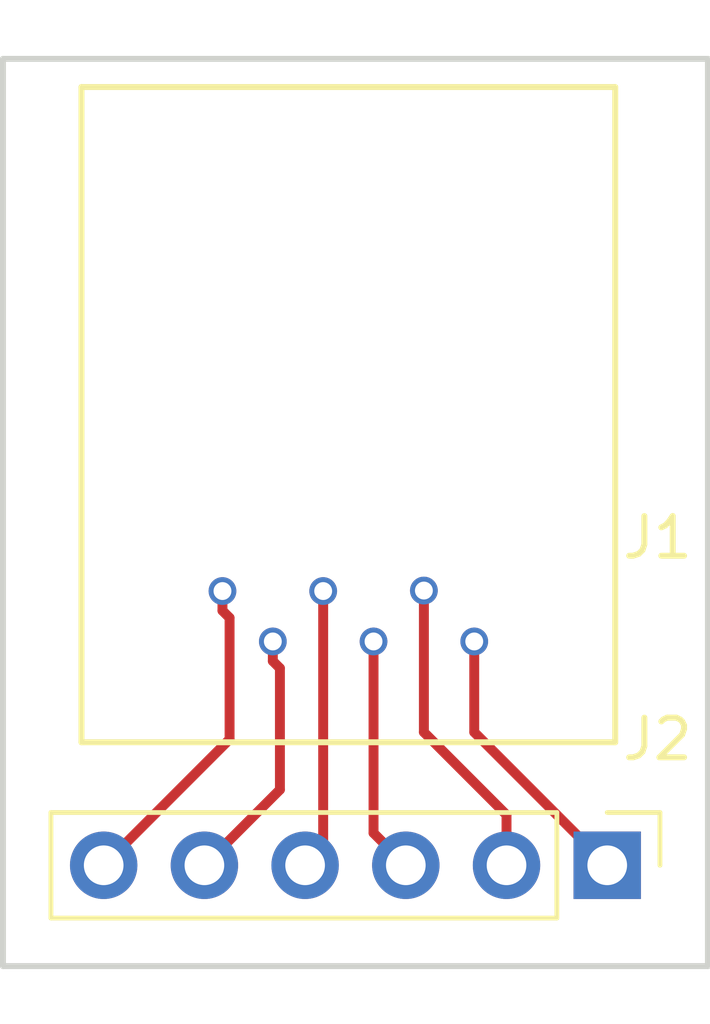
<source format=kicad_pcb>
(kicad_pcb (version 20171130) (host pcbnew "(5.0.0)")

  (general
    (thickness 1.6)
    (drawings 4)
    (tracks 17)
    (zones 0)
    (modules 2)
    (nets 7)
  )

  (page A4)
  (layers
    (0 F.Cu signal)
    (31 B.Cu signal)
    (32 B.Adhes user)
    (33 F.Adhes user)
    (34 B.Paste user)
    (35 F.Paste user)
    (36 B.SilkS user)
    (37 F.SilkS user)
    (38 B.Mask user)
    (39 F.Mask user)
    (40 Dwgs.User user)
    (41 Cmts.User user)
    (42 Eco1.User user)
    (43 Eco2.User user)
    (44 Edge.Cuts user)
    (45 Margin user)
    (46 B.CrtYd user)
    (47 F.CrtYd user)
    (48 B.Fab user)
    (49 F.Fab user)
  )

  (setup
    (last_trace_width 0.25)
    (trace_clearance 0.2)
    (zone_clearance 0.508)
    (zone_45_only no)
    (trace_min 0.2)
    (segment_width 0.2)
    (edge_width 0.15)
    (via_size 0.8)
    (via_drill 0.4)
    (via_min_size 0.4)
    (via_min_drill 0.3)
    (uvia_size 0.3)
    (uvia_drill 0.1)
    (uvias_allowed no)
    (uvia_min_size 0.2)
    (uvia_min_drill 0.1)
    (pcb_text_width 0.3)
    (pcb_text_size 1.5 1.5)
    (mod_edge_width 0.15)
    (mod_text_size 1 1)
    (mod_text_width 0.15)
    (pad_size 1.524 1.524)
    (pad_drill 0.762)
    (pad_to_mask_clearance 0.2)
    (aux_axis_origin 0 0)
    (visible_elements FFFFFF7F)
    (pcbplotparams
      (layerselection 0x010e0_ffffffff)
      (usegerberextensions false)
      (usegerberattributes false)
      (usegerberadvancedattributes false)
      (creategerberjobfile false)
      (excludeedgelayer true)
      (linewidth 0.100000)
      (plotframeref false)
      (viasonmask false)
      (mode 1)
      (useauxorigin false)
      (hpglpennumber 1)
      (hpglpenspeed 20)
      (hpglpendiameter 15.000000)
      (psnegative false)
      (psa4output false)
      (plotreference true)
      (plotvalue true)
      (plotinvisibletext false)
      (padsonsilk false)
      (subtractmaskfromsilk false)
      (outputformat 1)
      (mirror false)
      (drillshape 0)
      (scaleselection 1)
      (outputdirectory "gerbers"))
  )

  (net 0 "")
  (net 1 "Net-(J1-Pad6)")
  (net 2 "Net-(J1-Pad2)")
  (net 3 "Net-(J1-Pad4)")
  (net 4 "Net-(J1-Pad5)")
  (net 5 "Net-(J1-Pad3)")
  (net 6 "Net-(J1-Pad1)")

  (net_class Default "This is the default net class."
    (clearance 0.2)
    (trace_width 0.25)
    (via_dia 0.8)
    (via_drill 0.4)
    (uvia_dia 0.3)
    (uvia_drill 0.1)
    (add_net "Net-(J1-Pad1)")
    (add_net "Net-(J1-Pad2)")
    (add_net "Net-(J1-Pad3)")
    (add_net "Net-(J1-Pad4)")
    (add_net "Net-(J1-Pad5)")
    (add_net "Net-(J1-Pad6)")
  )

  (module TLS-Pin_Headers:RJ-11 (layer F.Cu) (tedit 5C5B6063) (tstamp 5C738EF4)
    (at 142.696001 83.260001)
    (path /5C5B0D06)
    (fp_text reference J1 (at 7.798999 -1.345001) (layer F.SilkS)
      (effects (font (size 1 1) (thickness 0.15)))
    )
    (fp_text value Conn_02x03_Odd_Even (at 0.178999 -14.045001) (layer F.Fab)
      (effects (font (size 1 1) (thickness 0.15)))
    )
    (fp_line (start 6.731 -12.7) (end 6.731 3.81) (layer F.SilkS) (width 0.15))
    (fp_line (start 6.731 3.81) (end -6.731 3.81) (layer F.SilkS) (width 0.15))
    (fp_line (start -6.731 -12.7) (end -6.731 3.81) (layer F.SilkS) (width 0.15))
    (fp_line (start -6.731 -12.7) (end 6.731 -12.7) (layer F.SilkS) (width 0.15))
    (pad "" np_thru_hole circle (at 5.08 -6.35) (size 1.6 1.6) (drill 1.6) (layers *.Cu *.Mask))
    (pad "" np_thru_hole circle (at -5.1308 -6.35) (size 1.6 1.6) (drill 1.6) (layers *.Cu *.Mask))
    (pad 6 thru_hole circle (at -3.175 0) (size 0.7 0.7) (drill 0.45) (layers *.Cu *.Mask)
      (net 1 "Net-(J1-Pad6)"))
    (pad 2 thru_hole circle (at 1.905 -0.0127) (size 0.7 0.7) (drill 0.45) (layers *.Cu *.Mask)
      (net 2 "Net-(J1-Pad2)"))
    (pad 4 thru_hole circle (at -0.635 0) (size 0.7 0.7) (drill 0.45) (layers *.Cu *.Mask)
      (net 3 "Net-(J1-Pad4)"))
    (pad 5 thru_hole circle (at -1.905 1.27) (size 0.7 0.7) (drill 0.45) (layers *.Cu *.Mask)
      (net 4 "Net-(J1-Pad5)"))
    (pad 3 thru_hole circle (at 0.635 1.27) (size 0.7 0.7) (drill 0.45) (layers *.Cu *.Mask)
      (net 5 "Net-(J1-Pad3)"))
    (pad 1 thru_hole circle (at 3.175 1.27) (size 0.7 0.7) (drill 0.45) (layers *.Cu *.Mask)
      (net 6 "Net-(J1-Pad1)"))
  )

  (module Connector_PinHeader_2.54mm:PinHeader_1x06_P2.54mm_Vertical (layer F.Cu) (tedit 59FED5CC) (tstamp 5C738F0E)
    (at 149.225 90.17 270)
    (descr "Through hole straight pin header, 1x06, 2.54mm pitch, single row")
    (tags "Through hole pin header THT 1x06 2.54mm single row")
    (path /5C5B0C38)
    (fp_text reference J2 (at -3.175 -1.27) (layer F.SilkS)
      (effects (font (size 1 1) (thickness 0.15)))
    )
    (fp_text value Conn_01x06 (at 3.175 6.985) (layer F.Fab)
      (effects (font (size 1 1) (thickness 0.15)))
    )
    (fp_line (start -0.635 -1.27) (end 1.27 -1.27) (layer F.Fab) (width 0.1))
    (fp_line (start 1.27 -1.27) (end 1.27 13.97) (layer F.Fab) (width 0.1))
    (fp_line (start 1.27 13.97) (end -1.27 13.97) (layer F.Fab) (width 0.1))
    (fp_line (start -1.27 13.97) (end -1.27 -0.635) (layer F.Fab) (width 0.1))
    (fp_line (start -1.27 -0.635) (end -0.635 -1.27) (layer F.Fab) (width 0.1))
    (fp_line (start -1.33 14.03) (end 1.33 14.03) (layer F.SilkS) (width 0.12))
    (fp_line (start -1.33 1.27) (end -1.33 14.03) (layer F.SilkS) (width 0.12))
    (fp_line (start 1.33 1.27) (end 1.33 14.03) (layer F.SilkS) (width 0.12))
    (fp_line (start -1.33 1.27) (end 1.33 1.27) (layer F.SilkS) (width 0.12))
    (fp_line (start -1.33 0) (end -1.33 -1.33) (layer F.SilkS) (width 0.12))
    (fp_line (start -1.33 -1.33) (end 0 -1.33) (layer F.SilkS) (width 0.12))
    (fp_line (start -1.8 -1.8) (end -1.8 14.5) (layer F.CrtYd) (width 0.05))
    (fp_line (start -1.8 14.5) (end 1.8 14.5) (layer F.CrtYd) (width 0.05))
    (fp_line (start 1.8 14.5) (end 1.8 -1.8) (layer F.CrtYd) (width 0.05))
    (fp_line (start 1.8 -1.8) (end -1.8 -1.8) (layer F.CrtYd) (width 0.05))
    (fp_text user %R (at -11.43 6.35) (layer F.Fab)
      (effects (font (size 1 1) (thickness 0.15)))
    )
    (pad 1 thru_hole rect (at 0 0 270) (size 1.7 1.7) (drill 1) (layers *.Cu *.Mask)
      (net 6 "Net-(J1-Pad1)"))
    (pad 2 thru_hole oval (at 0 2.54 270) (size 1.7 1.7) (drill 1) (layers *.Cu *.Mask)
      (net 2 "Net-(J1-Pad2)"))
    (pad 3 thru_hole oval (at 0 5.08 270) (size 1.7 1.7) (drill 1) (layers *.Cu *.Mask)
      (net 5 "Net-(J1-Pad3)"))
    (pad 4 thru_hole oval (at 0 7.62 270) (size 1.7 1.7) (drill 1) (layers *.Cu *.Mask)
      (net 3 "Net-(J1-Pad4)"))
    (pad 5 thru_hole oval (at 0 10.16 270) (size 1.7 1.7) (drill 1) (layers *.Cu *.Mask)
      (net 4 "Net-(J1-Pad5)"))
    (pad 6 thru_hole oval (at 0 12.7 270) (size 1.7 1.7) (drill 1) (layers *.Cu *.Mask)
      (net 1 "Net-(J1-Pad6)"))
    (model ${KISYS3DMOD}/Connector_PinHeader_2.54mm.3dshapes/PinHeader_1x06_P2.54mm_Vertical.wrl
      (at (xyz 0 0 0))
      (scale (xyz 1 1 1))
      (rotate (xyz 0 0 0))
    )
  )

  (gr_line (start 133.985 92.71) (end 151.765 92.71) (layer Edge.Cuts) (width 0.15))
  (gr_line (start 133.985 69.85) (end 133.985 92.71) (layer Edge.Cuts) (width 0.15))
  (gr_line (start 151.765 69.85) (end 133.985 69.85) (layer Edge.Cuts) (width 0.15))
  (gr_line (start 151.765 92.71) (end 151.765 69.85) (layer Edge.Cuts) (width 0.15))

  (segment (start 139.521001 83.754975) (end 139.7 83.933974) (width 0.25) (layer F.Cu) (net 1))
  (segment (start 139.521001 83.260001) (end 139.521001 83.754975) (width 0.25) (layer F.Cu) (net 1))
  (segment (start 139.7 86.995) (end 136.525 90.17) (width 0.25) (layer F.Cu) (net 1))
  (segment (start 139.7 83.933974) (end 139.7 86.995) (width 0.25) (layer F.Cu) (net 1))
  (segment (start 144.601001 83.247301) (end 144.601001 86.816001) (width 0.25) (layer F.Cu) (net 2))
  (segment (start 146.685 88.9) (end 146.685 90.17) (width 0.25) (layer F.Cu) (net 2))
  (segment (start 144.601001 86.816001) (end 146.685 88.9) (width 0.25) (layer F.Cu) (net 2))
  (segment (start 142.061001 89.713999) (end 141.605 90.17) (width 0.25) (layer F.Cu) (net 3))
  (segment (start 142.061001 83.260001) (end 142.061001 89.713999) (width 0.25) (layer F.Cu) (net 3))
  (segment (start 140.791001 85.024975) (end 140.97 85.203974) (width 0.25) (layer F.Cu) (net 4))
  (segment (start 140.791001 84.530001) (end 140.791001 85.024975) (width 0.25) (layer F.Cu) (net 4))
  (segment (start 140.97 88.265) (end 139.065 90.17) (width 0.25) (layer F.Cu) (net 4))
  (segment (start 140.97 85.203974) (end 140.97 88.265) (width 0.25) (layer F.Cu) (net 4))
  (segment (start 143.331001 89.356001) (end 144.145 90.17) (width 0.25) (layer F.Cu) (net 5))
  (segment (start 143.331001 84.530001) (end 143.331001 89.356001) (width 0.25) (layer F.Cu) (net 5))
  (segment (start 145.871001 86.816001) (end 149.225 90.17) (width 0.25) (layer F.Cu) (net 6))
  (segment (start 145.871001 84.530001) (end 145.871001 86.816001) (width 0.25) (layer F.Cu) (net 6))

)

</source>
